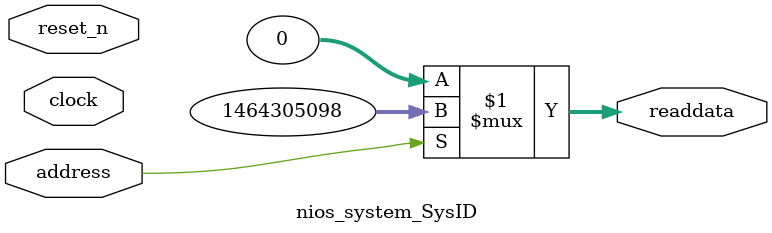
<source format=v>



// synthesis translate_off
`timescale 1ns / 1ps
// synthesis translate_on

// turn off superfluous verilog processor warnings 
// altera message_level Level1 
// altera message_off 10034 10035 10036 10037 10230 10240 10030 

module nios_system_SysID (
               // inputs:
                address,
                clock,
                reset_n,

               // outputs:
                readdata
             )
;

  output  [ 31: 0] readdata;
  input            address;
  input            clock;
  input            reset_n;

  wire    [ 31: 0] readdata;
  //control_slave, which is an e_avalon_slave
  assign readdata = address ? 1464305098 : 0;

endmodule



</source>
